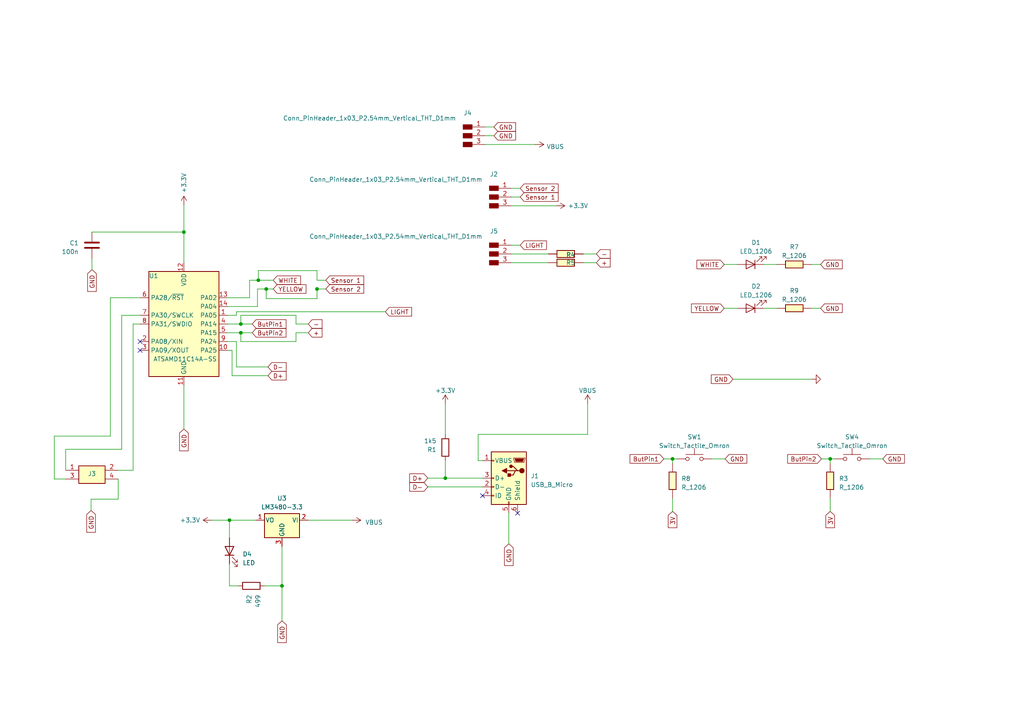
<source format=kicad_sch>
(kicad_sch (version 20230121) (generator eeschema)
  (paper "A4")
  (lib_symbols
    (symbol "Connector:USB_B_Micro" (pin_names (offset 1.016))
      (property "Reference" "J" (at -5.08 11.43 0))
      (property "Value" "USB_B_Micro" (at -5.08 8.89 0))
      (symbol "USB_B_Micro_0_1"
        (rectangle (start -5.08 -7.62) (end 5.08 7.62) (stroke (width 0.254)) (fill (type background)))
        (circle (center -3.81 2.159) (radius 0.635) (stroke (width 0.254)) (fill (type outline)))
        (circle (center -0.635 3.429) (radius 0.381) (stroke (width 0.254)) (fill (type outline)))
        (rectangle (start -0.127 -7.62) (end 0.127 -6.858))
        (polyline (pts (xy -1.905 2.159) (xy 0.635 2.159)) (stroke (width 0.254)))
        (polyline (pts (xy -3.175 2.159) (xy -2.54 2.159) (xy -1.27 3.429) (xy -0.635 3.429)) (stroke (width 0.254)))
        (polyline (pts (xy -2.54 2.159) (xy -1.905 2.159) (xy -1.27 0.889) (xy 0 0.889)) (stroke (width 0.254)))
        (polyline (pts (xy 0.635 2.794) (xy 0.635 1.524) (xy 1.905 2.159) (xy 0.635 2.794)) (stroke (width 0.254)) (fill (type outline)))
        (polyline (pts (xy -4.318 5.588) (xy -1.778 5.588) (xy -2.032 4.826) (xy -4.064 4.826) (xy -4.318 5.588)) (fill (type outline)))
        (polyline (pts (xy -4.699 5.842) (xy -4.699 5.588) (xy -4.445 4.826) (xy -4.445 4.572) (xy -1.651 4.572) (xy -1.651 4.826) (xy -1.397 5.588) (xy -1.397 5.842) (xy -4.699 5.842)))
        (rectangle (start 0.254 1.27) (end -0.508 0.508) (stroke (width 0.254)) (fill (type outline)))
        (rectangle (start 5.08 -5.207) (end 4.318 -4.953))
        (rectangle (start 5.08 -2.667) (end 4.318 -2.413))
        (rectangle (start 5.08 -0.127) (end 4.318 0.127))
        (rectangle (start 5.08 4.953) (end 4.318 5.207))
      )
      (symbol "USB_B_Micro_1_1"
        (pin power_out line (at 7.62 5.08 180) (length 2.54) (name "VBUS") (number "1"))
        (pin bidirectional line (at 7.62 -2.54 180) (length 2.54) (name "D-") (number "2"))
        (pin bidirectional line (at 7.62 0 180) (length 2.54) (name "D+") (number "3"))
        (pin passive line (at 7.62 -5.08 180) (length 2.54) (name "ID") (number "4"))
        (pin power_out line (at 0 -10.16 90) (length 2.54) (name "GND") (number "5"))
        (pin passive line (at -2.54 -10.16 90) (length 2.54) (name "Shield") (number "6"))
      )
    )
    (symbol "Device:C" (pin_numbers hide) (pin_names (offset 0.254))
      (property "Reference" "C" (at 0.635 2.54 0))
      (property "Value" "C" (at 0.635 -2.54 0))
      (symbol "C_0_1"
        (polyline (pts (xy -2.032 -0.762) (xy 2.032 -0.762)) (stroke (width 0.508)))
        (polyline (pts (xy -2.032 0.762) (xy 2.032 0.762)) (stroke (width 0.508)))
      )
      (symbol "C_1_1"
        (pin passive line (at 0 3.81 270) (length 2.794) (name "~") (number "1"))
        (pin passive line (at 0 -3.81 90) (length 2.794) (name "~") (number "2"))
      )
    )
    (symbol "Device:LED" (pin_numbers hide) (pin_names (offset 1.016) hide)
      (property "Reference" "D" (at 0 2.54 0))
      (property "Value" "LED" (at 0 -2.54 0))
      (symbol "LED_0_1"
        (polyline (pts (xy -1.27 -1.27) (xy -1.27 1.27)) (stroke (width 0.254)))
        (polyline (pts (xy -1.27 0) (xy 1.27 0)))
        (polyline (pts (xy 1.27 -1.27) (xy 1.27 1.27) (xy -1.27 0) (xy 1.27 -1.27)) (stroke (width 0.254)))
        (polyline (pts (xy -3.048 -0.762) (xy -4.572 -2.286) (xy -3.81 -2.286) (xy -4.572 -2.286) (xy -4.572 -1.524)))
        (polyline (pts (xy -1.778 -0.762) (xy -3.302 -2.286) (xy -2.54 -2.286) (xy -3.302 -2.286) (xy -3.302 -1.524)))
      )
      (symbol "LED_1_1"
        (pin passive line (at -3.81 0 0) (length 2.54) (name "K") (number "1"))
        (pin passive line (at 3.81 0 180) (length 2.54) (name "A") (number "2"))
      )
    )
    (symbol "Device:R" (pin_numbers hide) (pin_names (offset 0))
      (property "Reference" "R" (at 2.032 0 90))
      (property "Value" "R" (at 0 0 90))
      (symbol "R_0_1"
        (rectangle (start -1.016 -2.54) (end 1.016 2.54) (stroke (width 0.254)))
      )
      (symbol "R_1_1"
        (pin passive line (at 0 3.81 270) (length 1.27) (name "~") (number "1"))
        (pin passive line (at 0 -3.81 90) (length 1.27) (name "~") (number "2"))
      )
    )
    (symbol "MCU_Microchip_SAMD:ATSAMD11C14A-SS"
      (property "Reference" "U" (at -10.16 16.51 0))
      (property "Value" "ATSAMD11C14A-SS" (at 1.27 16.51 0))
      (symbol "ATSAMD11C14A-SS_0_1"
        (rectangle (start -10.16 15.24) (end 10.16 -15.24) (stroke (width 0.254)) (fill (type background)))
      )
      (symbol "ATSAMD11C14A-SS_1_1"
        (pin bidirectional line (at 12.7 2.54 180) (length 2.54) (name "PA05") (number "1"))
        (pin bidirectional line (at 12.7 -7.62 180) (length 2.54) (name "PA25") (number "10"))
        (pin power_in line (at 0 -17.78 90) (length 2.54) (name "GND") (number "11"))
        (pin power_in line (at 0 17.78 270) (length 2.54) (name "VDD") (number "12"))
        (pin bidirectional line (at 12.7 7.62 180) (length 2.54) (name "PA02") (number "13"))
        (pin bidirectional line (at 12.7 5.08 180) (length 2.54) (name "PA04") (number "14"))
        (pin bidirectional line (at -12.7 -5.08 0) (length 2.54) (name "PA08/XIN") (number "2"))
        (pin bidirectional line (at -12.7 -7.62 0) (length 2.54) (name "PA09/XOUT") (number "3"))
        (pin bidirectional line (at 12.7 0 180) (length 2.54) (name "PA14") (number "4"))
        (pin bidirectional line (at 12.7 -2.54 180) (length 2.54) (name "PA15") (number "5"))
        (pin bidirectional line (at -12.7 7.62 0) (length 2.54) (name "PA28/~{RST}") (number "6"))
        (pin bidirectional line (at -12.7 2.54 0) (length 2.54) (name "PA30/SWCLK") (number "7"))
        (pin bidirectional line (at -12.7 0 0) (length 2.54) (name "PA31/SWDIO") (number "8"))
        (pin bidirectional line (at 12.7 -5.08 180) (length 2.54) (name "PA24") (number "9"))
      )
    )
    (symbol "Regulator_Linear:LM3480-3.3" (pin_names (offset 0.254))
      (property "Reference" "U" (at -3.81 3.175 0))
      (property "Value" "LM3480-3.3" (at 0 3.175 0))
      (symbol "LM3480-3.3_0_1"
        (rectangle (start -5.08 1.905) (end 5.08 -5.08) (stroke (width 0.254)) (fill (type background)))
      )
      (symbol "LM3480-3.3_1_1"
        (pin power_out line (at 7.62 0 180) (length 2.54) (name "VO") (number "1"))
        (pin power_in line (at -7.62 0 0) (length 2.54) (name "VI") (number "2"))
        (pin power_in line (at 0 -7.62 90) (length 2.54) (name "GND") (number "3"))
      )
    )
    (symbol "fab:Conn_PinHeader_1x03_P2.54mm_Vertical_THT_D1mm" (pin_names hide)
      (property "Reference" "J" (at 0 5.08 0))
      (property "Value" "Conn_PinHeader_1x03_P2.54mm_Vertical_THT_D1mm" (at 0 -5.08 0))
      (symbol "Conn_PinHeader_1x03_P2.54mm_Vertical_THT_D1mm_1_1"
        (rectangle (start -1.27 -1.905) (end 1.27 -3.175) (stroke (width 0.254)) (fill (type outline)))
        (rectangle (start -1.27 0.635) (end 1.27 -0.635) (stroke (width 0.254)) (fill (type outline)))
        (rectangle (start -1.27 3.175) (end 1.27 1.905) (stroke (width 0.254)) (fill (type outline)))
        (pin passive line (at 5.08 2.54 180) (length 3.81) (name "Pin_1") (number "1"))
        (pin passive line (at 5.08 0 180) (length 3.81) (name "Pin_2") (number "2"))
        (pin passive line (at 5.08 -2.54 180) (length 3.81) (name "Pin_3") (number "3"))
      )
    )
    (symbol "fab:Conn_PinHeader_2x02_P2.54mm_Vertical_SMD" (pin_names hide)
      (property "Reference" "J" (at 0 3.81 0))
      (property "Value" "Conn_PinHeader_2x02_P2.54mm_Vertical_SMD" (at 0 -3.81 0))
      (symbol "Conn_PinHeader_2x02_P2.54mm_Vertical_SMD_1_1"
        (rectangle (start -3.81 2.54) (end 3.81 -2.54) (stroke (width 0.254)) (fill (type background)))
        (pin passive line (at -7.62 1.27 0) (length 3.81) (name "Pin_1") (number "1"))
        (pin passive line (at 7.62 1.27 180) (length 3.81) (name "Pin_2") (number "2"))
        (pin passive line (at -7.62 -1.27 0) (length 3.81) (name "Pin_3") (number "3"))
        (pin passive line (at 7.62 -1.27 180) (length 3.81) (name "Pin_4") (number "4"))
      )
    )
    (symbol "fab:LED_1206" (pin_numbers hide) (pin_names (offset 1.016) hide)
      (property "Reference" "D" (at 0 2.54 0))
      (property "Value" "LED_1206" (at 0 -2.54 0))
      (symbol "LED_1206_0_1"
        (polyline (pts (xy -1.27 -1.27) (xy -1.27 1.27)) (stroke (width 0.2032)))
        (polyline (pts (xy -1.27 0) (xy 1.27 0)))
        (polyline (pts (xy 1.27 -1.27) (xy 1.27 1.27) (xy -1.27 0) (xy 1.27 -1.27)) (stroke (width 0.2032)))
        (polyline (pts (xy -3.048 -0.762) (xy -4.572 -2.286) (xy -3.81 -2.286) (xy -4.572 -2.286) (xy -4.572 -1.524)))
        (polyline (pts (xy -1.778 -0.762) (xy -3.302 -2.286) (xy -2.54 -2.286) (xy -3.302 -2.286) (xy -3.302 -1.524)))
      )
      (symbol "LED_1206_1_1"
        (pin passive line (at -3.81 0 0) (length 2.54) (name "K") (number "1"))
        (pin passive line (at 3.81 0 180) (length 2.54) (name "A") (number "2"))
      )
    )
    (symbol "fab:PWR_GND" (power) (pin_names (offset 0))
      (property "Value" "PWR_GND" (at 0 -3.81 0))
      (symbol "PWR_GND_0_1"
        (polyline (pts (xy 0 0) (xy 0 -1.27) (xy 1.27 -1.27) (xy 0 -2.54) (xy -1.27 -1.27) (xy 0 -1.27)))
      )
      (symbol "PWR_GND_1_1"
        (pin power_in line (at 0 0 270) (length 0) hide (name "PWR_GND") (number "1"))
      )
    )
    (symbol "fab:R_1206" (pin_numbers hide) (pin_names (offset 0))
      (property "Reference" "R" (at 2.54 0 90))
      (property "Value" "R_1206" (at -2.54 0 90))
      (symbol "R_1206_0_1"
        (rectangle (start -1.016 -2.54) (end 1.016 2.54) (stroke (width 0.254)) (fill (type background)))
      )
      (symbol "R_1206_1_1"
        (pin passive line (at 0 5.08 270) (length 2.54) (name "~") (number "1"))
        (pin passive line (at 0 -5.08 90) (length 2.54) (name "~") (number "2"))
      )
    )
    (symbol "fab:Switch_Tactile_Omron" (pin_numbers hide) (pin_names (offset 1.016) hide)
      (property "Reference" "SW" (at 1.27 2.54 0))
      (property "Value" "Switch_Tactile_Omron" (at 0 -1.524 0))
      (symbol "Switch_Tactile_Omron_0_1"
        (circle (center -2.032 0) (radius 0.508))
        (polyline (pts (xy 0 1.27) (xy 0 3.048)))
        (polyline (pts (xy 2.54 1.27) (xy -2.54 1.27)))
        (circle (center 2.032 0) (radius 0.508))
        (pin passive line (at -5.08 0 0) (length 2.54) (name "1") (number "1"))
        (pin passive line (at 5.08 0 180) (length 2.54) (name "2") (number "2"))
      )
    )
    (symbol "power:+3.3V" (power) (pin_names (offset 0))
      (property "Value" "+3.3V" (at 0 3.556 0))
      (symbol "+3.3V_0_1"
        (polyline (pts (xy -0.762 1.27) (xy 0 2.54)))
        (polyline (pts (xy 0 0) (xy 0 2.54)))
        (polyline (pts (xy 0 2.54) (xy 0.762 1.27)))
      )
      (symbol "+3.3V_1_1"
        (pin power_in line (at 0 0 90) (length 0) hide (name "+3.3V") (number "1"))
      )
    )
    (symbol "power:VBUS" (power) (pin_names (offset 0))
      (property "Value" "VBUS" (at 0 3.81 0))
      (symbol "VBUS_0_1"
        (polyline (pts (xy -0.762 1.27) (xy 0 2.54)))
        (polyline (pts (xy 0 0) (xy 0 2.54)))
        (polyline (pts (xy 0 2.54) (xy 0.762 1.27)))
      )
      (symbol "VBUS_1_1"
        (pin power_in line (at 0 0 90) (length 0) hide (name "VBUS") (number "1"))
      )
    )
  )
  (junction (at 69.85 93.98))
  (junction (at 91.948 83.82))
  (junction (at 66.548 150.876))
  (junction (at 53.34 67.31))
  (junction (at 81.788 169.926))
  (junction (at 195.072 133.096))
  (junction (at 129.159 138.684))
  (junction (at 69.85 96.52))
  (junction (at 240.792 133.096))
  (junction (at 74.93 81.28))
  (junction (at 77.216 83.82))
  (no_connect (at 150.114 148.844))
  (no_connect (at 40.64 99.06))
  (no_connect (at 40.64 101.6))
  (no_connect (at 139.954 143.764))
  (wire (pts (xy 15.748 126.492) (xy 15.748 138.938)))
  (wire (pts (xy 91.948 81.28) (xy 91.948 78.486)))
  (wire (pts (xy 67.31 101.6) (xy 66.04 101.6)))
  (wire (pts (xy 192.532 133.096) (xy 195.072 133.096)))
  (wire (pts (xy 53.34 111.76) (xy 53.34 124.46)))
  (wire (pts (xy 169.164 73.66) (xy 172.974 73.66)))
  (wire (pts (xy 53.34 67.31) (xy 53.34 76.2)))
  (wire (pts (xy 26.67 78.232) (xy 26.67 74.93)))
  (wire (pts (xy 235.458 76.708) (xy 237.998 76.708)))
  (wire (pts (xy 91.948 83.82) (xy 94.488 83.82)))
  (wire (pts (xy 69.85 99.06) (xy 85.852 99.06)))
  (wire (pts (xy 19.05 130.302) (xy 19.05 136.398)))
  (wire (pts (xy 210.058 89.408) (xy 213.868 89.408)))
  (wire (pts (xy 206.502 133.096) (xy 210.312 133.096)))
  (wire (pts (xy 35.306 91.44) (xy 40.64 91.44)))
  (wire (pts (xy 69.85 99.06) (xy 69.85 96.52)))
  (wire (pts (xy 148.336 76.2) (xy 159.004 76.2)))
  (wire (pts (xy 69.85 91.44) (xy 69.85 93.98)))
  (wire (pts (xy 124.079 138.684) (xy 129.159 138.684)))
  (wire (pts (xy 67.31 108.966) (xy 77.724 108.966)))
  (wire (pts (xy 34.29 144.78) (xy 34.29 138.938)))
  (wire (pts (xy 26.416 144.78) (xy 34.29 144.78)))
  (wire (pts (xy 240.792 133.096) (xy 242.062 133.096)))
  (wire (pts (xy 66.548 150.876) (xy 66.548 155.956)))
  (wire (pts (xy 252.222 133.096) (xy 256.032 133.096)))
  (wire (pts (xy 15.748 126.492) (xy 32.004 126.492)))
  (wire (pts (xy 74.676 83.82) (xy 77.216 83.82)))
  (wire (pts (xy 91.948 83.82) (xy 91.948 86.614)))
  (wire (pts (xy 35.306 130.302) (xy 19.05 130.302)))
  (wire (pts (xy 38.608 93.98) (xy 40.64 93.98)))
  (wire (pts (xy 91.948 83.566) (xy 91.948 83.82)))
  (wire (pts (xy 140.716 36.83) (xy 143.256 36.83)))
  (wire (pts (xy 138.684 125.984) (xy 170.434 125.984)))
  (wire (pts (xy 138.684 133.604) (xy 139.954 133.604)))
  (wire (pts (xy 221.488 89.408) (xy 225.298 89.408)))
  (wire (pts (xy 238.252 133.096) (xy 240.792 133.096)))
  (wire (pts (xy 77.216 83.82) (xy 79.248 83.82)))
  (wire (pts (xy 85.852 93.98) (xy 85.852 91.44)))
  (wire (pts (xy 212.598 109.982) (xy 235.458 109.982)))
  (wire (pts (xy 240.792 133.096) (xy 240.792 134.366)))
  (wire (pts (xy 68.58 106.426) (xy 77.724 106.426)))
  (wire (pts (xy 66.04 88.9) (xy 74.676 88.9)))
  (wire (pts (xy 148.336 57.15) (xy 150.876 57.15)))
  (wire (pts (xy 66.04 91.44) (xy 68.58 91.44)))
  (wire (pts (xy 68.58 91.44) (xy 68.58 90.424)))
  (wire (pts (xy 148.336 73.66) (xy 159.004 73.66)))
  (wire (pts (xy 38.608 136.398) (xy 38.608 93.98)))
  (wire (pts (xy 195.072 133.096) (xy 196.342 133.096)))
  (wire (pts (xy 68.58 90.424) (xy 111.76 90.424)))
  (wire (pts (xy 129.159 117.094) (xy 129.159 125.984)))
  (wire (pts (xy 140.716 39.37) (xy 143.256 39.37)))
  (wire (pts (xy 148.336 54.61) (xy 150.876 54.61)))
  (wire (pts (xy 138.684 125.984) (xy 138.684 133.604)))
  (wire (pts (xy 147.574 148.844) (xy 147.574 157.734)))
  (wire (pts (xy 91.948 86.614) (xy 77.216 86.614)))
  (wire (pts (xy 77.216 83.82) (xy 77.216 86.614)))
  (wire (pts (xy 124.079 141.224) (xy 139.954 141.224)))
  (wire (pts (xy 72.39 86.36) (xy 66.04 86.36)))
  (wire (pts (xy 89.408 93.98) (xy 85.852 93.98)))
  (wire (pts (xy 148.336 71.12) (xy 150.876 71.12)))
  (wire (pts (xy 66.548 150.876) (xy 74.168 150.876)))
  (wire (pts (xy 170.434 125.984) (xy 170.434 117.094)))
  (wire (pts (xy 26.67 67.31) (xy 53.34 67.31)))
  (wire (pts (xy 235.458 89.408) (xy 237.998 89.408)))
  (wire (pts (xy 81.788 158.496) (xy 81.788 169.926)))
  (wire (pts (xy 32.004 126.492) (xy 32.004 86.36)))
  (wire (pts (xy 68.58 106.426) (xy 68.58 99.06)))
  (wire (pts (xy 148.336 59.69) (xy 161.29 59.69)))
  (wire (pts (xy 32.004 86.36) (xy 40.64 86.36)))
  (wire (pts (xy 26.416 148.082) (xy 26.416 144.78)))
  (wire (pts (xy 66.04 93.98) (xy 69.85 93.98)))
  (wire (pts (xy 72.39 81.28) (xy 74.93 81.28)))
  (wire (pts (xy 129.159 133.604) (xy 129.159 138.684)))
  (wire (pts (xy 76.708 169.926) (xy 81.788 169.926)))
  (wire (pts (xy 169.164 76.2) (xy 172.974 76.2)))
  (wire (pts (xy 34.29 136.398) (xy 38.608 136.398)))
  (wire (pts (xy 129.159 138.684) (xy 139.954 138.684)))
  (wire (pts (xy 85.852 96.52) (xy 85.852 99.06)))
  (wire (pts (xy 69.85 91.44) (xy 85.852 91.44)))
  (wire (pts (xy 69.85 96.52) (xy 73.152 96.52)))
  (wire (pts (xy 91.948 81.28) (xy 94.488 81.28)))
  (wire (pts (xy 74.93 78.486) (xy 74.93 81.28)))
  (wire (pts (xy 240.792 144.526) (xy 240.792 148.336)))
  (wire (pts (xy 91.948 78.486) (xy 74.93 78.486)))
  (wire (pts (xy 74.93 81.28) (xy 79.248 81.28)))
  (wire (pts (xy 66.548 163.576) (xy 66.548 169.926)))
  (wire (pts (xy 221.488 76.708) (xy 225.298 76.708)))
  (wire (pts (xy 69.85 93.98) (xy 73.152 93.98)))
  (wire (pts (xy 66.548 169.926) (xy 69.088 169.926)))
  (wire (pts (xy 89.408 150.876) (xy 102.108 150.876)))
  (wire (pts (xy 74.676 83.82) (xy 74.676 88.9)))
  (wire (pts (xy 210.058 76.708) (xy 213.868 76.708)))
  (wire (pts (xy 68.58 99.06) (xy 66.04 99.06)))
  (wire (pts (xy 140.716 41.91) (xy 155.194 41.91)))
  (wire (pts (xy 35.306 91.44) (xy 35.306 130.302)))
  (wire (pts (xy 81.788 169.926) (xy 81.788 180.086)))
  (wire (pts (xy 66.04 96.52) (xy 69.85 96.52)))
  (wire (pts (xy 195.072 144.526) (xy 195.072 148.336)))
  (wire (pts (xy 61.468 150.876) (xy 66.548 150.876)))
  (wire (pts (xy 67.31 108.966) (xy 67.31 101.6)))
  (wire (pts (xy 53.34 59.436) (xy 53.34 67.31)))
  (wire (pts (xy 15.748 138.938) (xy 19.05 138.938)))
  (wire (pts (xy 89.408 96.52) (xy 85.852 96.52)))
  (wire (pts (xy 72.39 81.28) (xy 72.39 86.36)))
  (wire (pts (xy 195.072 133.096) (xy 195.072 134.366)))
  (global_label "WHITE" (shape input) (at 79.248 81.28 0) (property "Intersheetrefs" "${INTERSHEET_REFS}" (effects hide)))
  (global_label "GND" (shape input) (at 256.032 133.096 0) (property "Intersheetrefs" "${INTERSHEET_REFS}" (effects hide)))
  (global_label "YELLOW" (shape input) (at 210.058 89.408 180) (property "Intersheetrefs" "${INTERSHEET_REFS}" (effects hide)))
  (global_label "Sensor 1" (shape input) (at 150.876 57.15 0) (property "Intersheetrefs" "${INTERSHEET_REFS}" (effects hide)))
  (global_label "LIGHT" (shape input) (at 111.76 90.424 0) (property "Intersheetrefs" "${INTERSHEET_REFS}" (effects hide)))
  (global_label "GND" (shape input) (at 26.67 78.232 270) (property "Intersheetrefs" "${INTERSHEET_REFS}" (effects hide)))
  (global_label "Sensor 2" (shape input) (at 150.876 54.61 0) (property "Intersheetrefs" "${INTERSHEET_REFS}" (effects hide)))
  (global_label "GND" (shape input) (at 53.34 124.46 270) (property "Intersheetrefs" "${INTERSHEET_REFS}" (effects hide)))
  (global_label "3V" (shape input) (at 240.792 148.336 270) (property "Intersheetrefs" "${INTERSHEET_REFS}" (effects hide)))
  (global_label "Sensor 2" (shape input) (at 94.488 83.82 0) (property "Intersheetrefs" "${INTERSHEET_REFS}" (effects hide)))
  (global_label "GND" (shape input) (at 237.998 89.408 0) (property "Intersheetrefs" "${INTERSHEET_REFS}" (effects hide)))
  (global_label "GND" (shape input) (at 143.256 36.83 0) (property "Intersheetrefs" "${INTERSHEET_REFS}" (effects hide)))
  (global_label "D+" (shape input) (at 77.724 108.966 0) (property "Intersheetrefs" "${INTERSHEET_REFS}" (effects hide)))
  (global_label "ButPin1" (shape input) (at 192.532 133.096 180) (property "Intersheetrefs" "${INTERSHEET_REFS}" (effects hide)))
  (global_label "GND" (shape input) (at 143.256 39.37 0) (property "Intersheetrefs" "${INTERSHEET_REFS}" (effects hide)))
  (global_label "ButPin1" (shape input) (at 73.152 93.98 0) (property "Intersheetrefs" "${INTERSHEET_REFS}" (effects hide)))
  (global_label "+" (shape input) (at 172.974 76.2 0) (property "Intersheetrefs" "${INTERSHEET_REFS}" (effects hide)))
  (global_label "GND" (shape input) (at 210.312 133.096 0) (property "Intersheetrefs" "${INTERSHEET_REFS}" (effects hide)))
  (global_label "GND" (shape input) (at 26.416 148.082 270) (property "Intersheetrefs" "${INTERSHEET_REFS}" (effects hide)))
  (global_label "D-" (shape input) (at 77.724 106.426 0) (property "Intersheetrefs" "${INTERSHEET_REFS}" (effects hide)))
  (global_label "+" (shape input) (at 89.408 96.52 0) (property "Intersheetrefs" "${INTERSHEET_REFS}" (effects hide)))
  (global_label "D+" (shape input) (at 124.079 138.684 180) (property "Intersheetrefs" "${INTERSHEET_REFS}" (effects hide)))
  (global_label "GND" (shape input) (at 237.998 76.708 0) (property "Intersheetrefs" "${INTERSHEET_REFS}" (effects hide)))
  (global_label "Sensor 1" (shape input) (at 94.488 81.28 0) (property "Intersheetrefs" "${INTERSHEET_REFS}" (effects hide)))
  (global_label "GND" (shape input) (at 212.598 109.982 180) (property "Intersheetrefs" "${INTERSHEET_REFS}" (effects hide)))
  (global_label "-" (shape input) (at 89.408 93.98 0) (property "Intersheetrefs" "${INTERSHEET_REFS}" (effects hide)))
  (global_label "ButPin2" (shape input) (at 73.152 96.52 0) (property "Intersheetrefs" "${INTERSHEET_REFS}" (effects hide)))
  (global_label "D-" (shape input) (at 124.079 141.224 180) (property "Intersheetrefs" "${INTERSHEET_REFS}" (effects hide)))
  (global_label "3V" (shape input) (at 195.072 148.336 270) (property "Intersheetrefs" "${INTERSHEET_REFS}" (effects hide)))
  (global_label "YELLOW" (shape input) (at 79.248 83.82 0) (property "Intersheetrefs" "${INTERSHEET_REFS}" (effects hide)))
  (global_label "-" (shape input) (at 172.974 73.66 0) (property "Intersheetrefs" "${INTERSHEET_REFS}" (effects hide)))
  (global_label "GND" (shape input) (at 147.574 157.734 270) (property "Intersheetrefs" "${INTERSHEET_REFS}" (effects hide)))
  (global_label "GND" (shape input) (at 81.788 180.086 270) (property "Intersheetrefs" "${INTERSHEET_REFS}" (effects hide)))
  (global_label "LIGHT" (shape input) (at 150.876 71.12 0) (property "Intersheetrefs" "${INTERSHEET_REFS}" (effects hide)))
  (global_label "ButPin2" (shape input) (at 238.252 133.096 180) (property "Intersheetrefs" "${INTERSHEET_REFS}" (effects hide)))
  (global_label "WHITE" (shape input) (at 210.058 76.708 180) (property "Intersheetrefs" "${INTERSHEET_REFS}" (effects hide)))
  (symbol (lib_id "power:+3.3V") (at 61.468 150.876 90) (unit 1)
    (property "Reference" "#PWR07" (effects hide))
    (property "Value" "+3.3V" (at 55.118 150.876 90))
  )
  (symbol (lib_id "fab:Conn_PinHeader_2x02_P2.54mm_Vertical_SMD") (at 26.67 137.668 0) (unit 1)
    (property "Reference" "J3" (at 26.67 137.414 0))
    (property "Value" "Conn_PinHeader_2x02_P2.54mm_Vertical_SMD" (effects hide))
    (property "Footprint" "fab:PinHeader_2x02_P2.54mm_Vertical_SMD" (effects hide))
    (property "Datasheet" "https://cdn.amphenol-icc.com/media/wysiwyg/files/drawing/95278.pdf" (effects hide))
  )
  (symbol (lib_id "fab:R_1206") (at 164.084 73.66 90) (unit 1)
    (property "Reference" "R5" (at 166.878 76.2 90) (effects (justify left)))
    (property "Value" "R_1206" (effects hide))
    (property "Footprint" "fab:R_1206" (effects hide))
  )
  (symbol (lib_id "Device:R") (at 129.159 129.794 180) (unit 1)
    (property "Reference" "R1" (at 126.619 130.429 0) (effects (justify left)))
    (property "Value" "1k5" (at 126.619 127.889 0) (effects (justify left)))
    (property "Footprint" "fab:R_1206" (effects hide))
  )
  (symbol (lib_id "power:VBUS") (at 155.194 41.91 270) (unit 1)
    (property "Reference" "#PWR04" (effects hide))
    (property "Value" "VBUS" (at 158.496 42.545 90) (effects (justify left)))
  )
  (symbol (lib_id "fab:Conn_PinHeader_1x03_P2.54mm_Vertical_THT_D1mm") (at 143.256 73.66 0) (unit 1)
    (property "Reference" "J5" (at 143.256 67.056 0))
    (property "Value" "Conn_PinHeader_1x03_P2.54mm_Vertical_THT_D1mm" (at 114.808 68.58 0))
    (property "Footprint" "fab:PinHeader_1x03_P2.54mm_Vertical_THT_D1mm" (effects hide))
  )
  (symbol (lib_id "fab:LED_1206") (at 217.678 89.408 180) (unit 1)
    (property "Reference" "D2" (at 219.2782 83.058 0))
    (property "Value" "LED_1206" (at 219.2782 85.598 0))
    (property "Footprint" "fab:LED_1206" (effects hide))
    (property "Datasheet" "https://optoelectronics.liteon.com/upload/download/DS-22-98-0002/LTST-C150CKT.pdf" (effects hide))
  )
  (symbol (lib_id "Device:R") (at 72.898 169.926 90) (mirror x) (unit 1)
    (property "Reference" "R2" (at 72.263 172.466 0) (effects (justify left)))
    (property "Value" "499" (at 74.803 172.466 0) (effects (justify left)))
    (property "Footprint" "fab:R_1206" (effects hide))
  )
  (symbol (lib_id "power:VBUS") (at 170.434 117.094 0) (unit 1)
    (property "Reference" "#PWR08" (effects hide))
    (property "Value" "VBUS" (at 170.434 113.284 0))
  )
  (symbol (lib_id "fab:R_1206") (at 230.378 89.408 90) (unit 1)
    (property "Reference" "R9" (at 230.378 84.328 90))
    (property "Value" "R_1206" (at 230.378 86.868 90))
    (property "Footprint" "fab:R_1206" (effects hide))
  )
  (symbol (lib_id "fab:Switch_Tactile_Omron") (at 247.142 133.096 0) (unit 1)
    (property "Reference" "SW4" (at 247.142 126.746 0))
    (property "Value" "Switch_Tactile_Omron" (at 247.142 129.286 0))
    (property "Footprint" "fab:Button_Omron_B3SN_6.0x6.0mm" (effects hide))
    (property "Datasheet" "https://omronfs.omron.com/en_US/ecb/products/pdf/en-b3sn.pdf" (effects hide))
  )
  (symbol (lib_id "Device:C") (at 26.67 71.12 0) (mirror y) (unit 1)
    (property "Reference" "C1" (at 22.86 70.485 0) (effects (justify left)))
    (property "Value" "100n" (at 22.86 73.025 0) (effects (justify left)))
    (property "Footprint" "fab:C_1206" (effects hide))
  )
  (symbol (lib_id "fab:R_1206") (at 195.072 139.446 0) (unit 1)
    (property "Reference" "R8" (at 197.612 138.811 0) (effects (justify left)))
    (property "Value" "R_1206" (at 197.612 141.351 0) (effects (justify left)))
    (property "Footprint" "fab:R_1206" (effects hide))
  )
  (symbol (lib_id "fab:PWR_GND") (at 235.458 109.982 90) (unit 1)
    (property "Reference" "#PWR01" (effects hide))
    (property "Value" "PWR_GND" (effects hide))
  )
  (symbol (lib_id "power:+3.3V") (at 53.34 59.436 0) (unit 1)
    (property "Reference" "#PWR03" (effects hide))
    (property "Value" "+3.3V" (at 53.34 53.086 90))
  )
  (symbol (lib_id "power:+3.3V") (at 161.29 59.69 270) (unit 1)
    (property "Reference" "#PWR06" (effects hide))
    (property "Value" "+3.3V" (at 167.64 59.69 90))
  )
  (symbol (lib_id "power:+3.3V") (at 129.159 117.094 0) (unit 1)
    (property "Reference" "#PWR02" (effects hide))
    (property "Value" "+3.3V" (at 129.159 113.284 0))
  )
  (symbol (lib_id "fab:R_1206") (at 240.792 139.446 0) (unit 1)
    (property "Reference" "R3" (at 243.332 138.811 0) (effects (justify left)))
    (property "Value" "R_1206" (at 243.332 141.351 0) (effects (justify left)))
    (property "Footprint" "fab:R_1206" (effects hide))
  )
  (symbol (lib_id "fab:R_1206") (at 230.378 76.708 90) (unit 1)
    (property "Reference" "R7" (at 230.378 71.628 90))
    (property "Value" "R_1206" (at 230.378 74.168 90))
    (property "Footprint" "fab:R_1206" (effects hide))
  )
  (symbol (lib_id "MCU_Microchip_SAMD:ATSAMD11C14A-SS") (at 53.34 93.98 0) (unit 1)
    (property "Reference" "U1" (at 43.18 80.01 0) (effects (justify left)))
    (property "Value" "ATSAMD11C14A-SS" (at 44.45 104.14 0) (effects (justify left)))
    (property "Footprint" "fab:SOIC-14_3.9x8.7mm_P1.27mm" (effects hide))
    (property "Datasheet" "http://ww1.microchip.com/downloads/en/DeviceDoc/Atmel-42363-SAM-D11_Datasheet.pdf" (effects hide))
  )
  (symbol (lib_id "fab:Switch_Tactile_Omron") (at 201.422 133.096 0) (unit 1)
    (property "Reference" "SW1" (at 201.422 126.746 0))
    (property "Value" "Switch_Tactile_Omron" (at 201.422 129.286 0))
    (property "Footprint" "fab:Button_Omron_B3SN_6.0x6.0mm" (effects hide))
    (property "Datasheet" "https://omronfs.omron.com/en_US/ecb/products/pdf/en-b3sn.pdf" (effects hide))
  )
  (symbol (lib_id "Connector:USB_B_Micro") (at 147.574 138.684 0) (mirror y) (unit 1)
    (property "Reference" "J1" (at 153.924 138.049 0) (effects (justify right)))
    (property "Value" "USB_B_Micro" (at 153.924 140.589 0) (effects (justify right)))
    (property "Footprint" "Connector_USB:USB_Mini-B_Lumberg_2486_01_Horizontal" (effects hide))
  )
  (symbol (lib_id "Device:LED") (at 66.548 159.766 90) (unit 1)
    (property "Reference" "D4" (at 70.358 160.7185 90) (effects (justify right)))
    (property "Value" "LED" (at 70.358 163.2585 90) (effects (justify right)))
    (property "Footprint" "fab:LED_1206" (effects hide))
  )
  (symbol (lib_id "Regulator_Linear:LM3480-3.3") (at 81.788 150.876 0) (mirror y) (unit 1)
    (property "Reference" "U3" (at 81.788 144.526 0))
    (property "Value" "LM3480-3.3" (at 81.788 147.066 0))
    (property "Footprint" "fab:SOT-23" (effects hide))
    (property "Datasheet" "http://www.ti.com/lit/ds/symlink/lm3480.pdf" (effects hide))
  )
  (symbol (lib_id "fab:LED_1206") (at 217.678 76.708 180) (unit 1)
    (property "Reference" "D1" (at 219.2782 70.358 0))
    (property "Value" "LED_1206" (at 219.2782 72.898 0))
    (property "Footprint" "fab:LED_1206" (effects hide))
    (property "Datasheet" "https://optoelectronics.liteon.com/upload/download/DS-22-98-0002/LTST-C150CKT.pdf" (effects hide))
  )
  (symbol (lib_id "fab:R_1206") (at 164.084 76.2 90) (unit 1)
    (property "Reference" "R4" (at 166.878 73.914 90) (effects (justify left)))
    (property "Value" "R_1206" (effects hide))
    (property "Footprint" "fab:R_1206" (effects hide))
  )
  (symbol (lib_id "power:VBUS") (at 102.108 150.876 270) (unit 1)
    (property "Reference" "#PWR05" (effects hide))
    (property "Value" "VBUS" (at 105.918 151.511 90) (effects (justify left)))
  )
  (symbol (lib_id "fab:Conn_PinHeader_1x03_P2.54mm_Vertical_THT_D1mm") (at 143.256 57.15 0) (unit 1)
    (property "Reference" "J2" (at 143.256 50.546 0))
    (property "Value" "Conn_PinHeader_1x03_P2.54mm_Vertical_THT_D1mm" (at 114.808 52.07 0))
    (property "Footprint" "fab:PinHeader_1x03_P2.54mm_Vertical_THT_D1mm" (effects hide))
  )
  (symbol (lib_id "fab:Conn_PinHeader_1x03_P2.54mm_Vertical_THT_D1mm") (at 135.636 39.37 0) (unit 1)
    (property "Reference" "J4" (at 135.636 32.766 0))
    (property "Value" "Conn_PinHeader_1x03_P2.54mm_Vertical_THT_D1mm" (at 107.188 34.29 0))
    (property "Footprint" "fab:PinHeader_1x03_P2.54mm_Vertical_THT_D1mm" (effects hide))
  )
)
</source>
